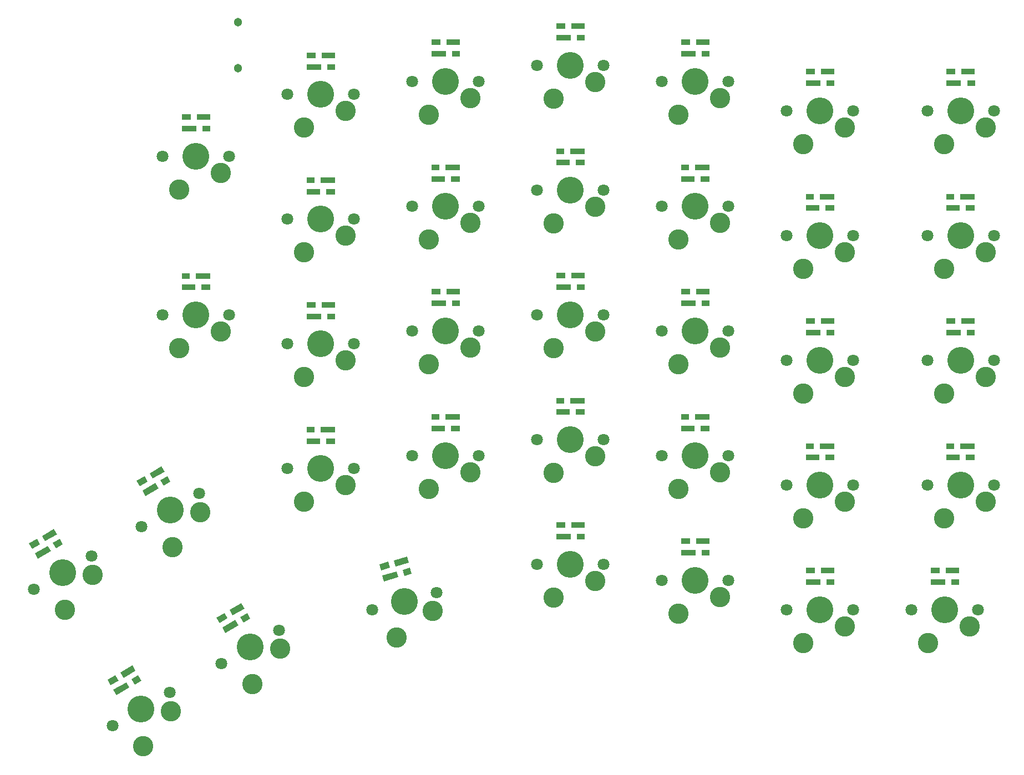
<source format=gbr>
G04 EAGLE Gerber RS-274X export*
G75*
%MOMM*%
%FSLAX34Y34*%
%LPD*%
%AMOC8*
5,1,8,0,0,1.08239X$1,22.5*%
G01*
%ADD10C,4.102000*%
%ADD11C,1.801600*%
%ADD12C,3.101600*%
%ADD13R,2.101600X0.951600*%
%ADD14R,1.401600X0.951600*%
%ADD15R,1.201600X0.951600*%
%ADD16R,2.301600X0.951600*%
%ADD17C,1.301600*%


D10*
X-71438Y1016000D03*
D11*
X-122238Y1016000D03*
X-20638Y1016000D03*
D12*
X-33338Y990600D03*
X-96838Y965200D03*
D10*
X-666750Y1085438D03*
D11*
X-717550Y1085438D03*
X-615950Y1085438D03*
D12*
X-628650Y1060038D03*
X-692150Y1034638D03*
D10*
X-476250Y1060625D03*
D11*
X-527050Y1060625D03*
X-425450Y1060625D03*
D12*
X-438150Y1035225D03*
X-501650Y1009825D03*
D10*
X-857250Y1060625D03*
D11*
X-908050Y1060625D03*
X-806450Y1060625D03*
D12*
X-819150Y1035225D03*
X-882650Y1009825D03*
D10*
X-1047750Y1040813D03*
D11*
X-1098550Y1040813D03*
X-996950Y1040813D03*
D12*
X-1009650Y1015413D03*
X-1073150Y990013D03*
D10*
X-285750Y1016000D03*
D11*
X-336550Y1016000D03*
X-234950Y1016000D03*
D12*
X-247650Y990600D03*
X-311150Y965200D03*
D10*
X-1238250Y946563D03*
D11*
X-1289050Y946563D03*
X-1187450Y946563D03*
D12*
X-1200150Y921163D03*
X-1263650Y895763D03*
D10*
X-71438Y825500D03*
D11*
X-122238Y825500D03*
X-20638Y825500D03*
D12*
X-33338Y800100D03*
X-96838Y774700D03*
D10*
X-285750Y825500D03*
D11*
X-336550Y825500D03*
X-234950Y825500D03*
D12*
X-247650Y800100D03*
X-311150Y774700D03*
D10*
X-476250Y870125D03*
D11*
X-527050Y870125D03*
X-425450Y870125D03*
D12*
X-438150Y844725D03*
X-501650Y819325D03*
D10*
X-666750Y894938D03*
D11*
X-717550Y894938D03*
X-615950Y894938D03*
D12*
X-628650Y869538D03*
X-692150Y844138D03*
D10*
X-857250Y870125D03*
D11*
X-908050Y870125D03*
X-806450Y870125D03*
D12*
X-819150Y844725D03*
X-882650Y819325D03*
D10*
X-1047750Y850313D03*
D11*
X-1098550Y850313D03*
X-996950Y850313D03*
D12*
X-1009650Y824913D03*
X-1073150Y799513D03*
D10*
X-1238250Y704533D03*
D11*
X-1289050Y704533D03*
X-1187450Y704533D03*
D12*
X-1200150Y679133D03*
X-1263650Y653733D03*
D10*
X-71438Y635000D03*
D11*
X-122238Y635000D03*
X-20638Y635000D03*
D12*
X-33338Y609600D03*
X-96838Y584200D03*
D10*
X-285750Y635000D03*
D11*
X-336550Y635000D03*
X-234950Y635000D03*
D12*
X-247650Y609600D03*
X-311150Y584200D03*
D10*
X-476250Y679625D03*
D11*
X-527050Y679625D03*
X-425450Y679625D03*
D12*
X-438150Y654225D03*
X-501650Y628825D03*
D10*
X-666750Y704438D03*
D11*
X-717550Y704438D03*
X-615950Y704438D03*
D12*
X-628650Y679038D03*
X-692150Y653638D03*
D10*
X-857250Y679625D03*
D11*
X-908050Y679625D03*
X-806450Y679625D03*
D12*
X-819150Y654225D03*
X-882650Y628825D03*
D10*
X-1047750Y659813D03*
D11*
X-1098550Y659813D03*
X-996950Y659813D03*
D12*
X-1009650Y634413D03*
X-1073150Y609013D03*
D10*
X-71438Y444500D03*
D11*
X-122238Y444500D03*
X-20638Y444500D03*
D12*
X-33338Y419100D03*
X-96838Y393700D03*
D10*
X-285750Y444500D03*
D11*
X-336550Y444500D03*
X-234950Y444500D03*
D12*
X-247650Y419100D03*
X-311150Y393700D03*
D10*
X-476250Y489125D03*
D11*
X-527050Y489125D03*
X-425450Y489125D03*
D12*
X-438150Y463725D03*
X-501650Y438325D03*
D10*
X-666750Y513938D03*
D11*
X-717550Y513938D03*
X-615950Y513938D03*
D12*
X-628650Y488538D03*
X-692150Y463138D03*
D10*
X-857250Y489125D03*
D11*
X-908050Y489125D03*
X-806450Y489125D03*
D12*
X-819150Y463725D03*
X-882650Y438325D03*
D10*
X-1047750Y469313D03*
D11*
X-1098550Y469313D03*
X-996950Y469313D03*
D12*
X-1009650Y443913D03*
X-1073150Y418513D03*
D10*
X-1277620Y406083D03*
D11*
X-1321614Y380683D03*
X-1233626Y431483D03*
D12*
X-1231924Y403135D03*
X-1274217Y349388D03*
D10*
X-1441958Y310325D03*
D11*
X-1485952Y284925D03*
X-1397964Y335725D03*
D12*
X-1396262Y307377D03*
X-1438555Y253630D03*
D10*
X-95250Y254000D03*
D11*
X-146050Y254000D03*
X-44450Y254000D03*
D12*
X-57150Y228600D03*
X-120650Y203200D03*
D10*
X-285750Y254000D03*
D11*
X-336550Y254000D03*
X-234950Y254000D03*
D12*
X-247650Y228600D03*
X-311150Y203200D03*
D10*
X-476250Y298625D03*
D11*
X-527050Y298625D03*
X-425450Y298625D03*
D12*
X-438150Y273225D03*
X-501650Y247825D03*
D10*
X-666750Y323438D03*
D11*
X-717550Y323438D03*
X-615950Y323438D03*
D12*
X-628650Y298038D03*
X-692150Y272638D03*
D10*
X-920655Y266859D03*
D11*
X-969724Y253711D03*
X-871586Y280007D03*
D12*
X-877279Y252185D03*
X-932041Y211216D03*
D10*
X-1155700Y197168D03*
D11*
X-1199694Y171768D03*
X-1111706Y222568D03*
D12*
X-1110004Y194220D03*
X-1152297Y140473D03*
D10*
X-1322070Y101918D03*
D11*
X-1366064Y76518D03*
X-1278076Y127318D03*
D12*
X-1276374Y98970D03*
X-1318667Y45223D03*
D13*
X-59934Y1075795D03*
D14*
X-86434Y1075795D03*
D15*
X-55434Y1058295D03*
D16*
X-81934Y1058295D03*
D13*
X-274250Y1075800D03*
D14*
X-300750Y1075800D03*
D15*
X-269750Y1058300D03*
D16*
X-296250Y1058300D03*
D13*
X-464750Y1120425D03*
D14*
X-491250Y1120425D03*
D15*
X-460250Y1102925D03*
D16*
X-486750Y1102925D03*
D13*
X-655250Y1145238D03*
D14*
X-681750Y1145238D03*
D15*
X-650750Y1127738D03*
D16*
X-677250Y1127738D03*
D13*
X-845750Y1120425D03*
D14*
X-872250Y1120425D03*
D15*
X-841250Y1102925D03*
D16*
X-867750Y1102925D03*
D13*
X-1036250Y1100613D03*
D14*
X-1062750Y1100613D03*
D15*
X-1031750Y1083113D03*
D16*
X-1058250Y1083113D03*
D13*
X-1226750Y1006363D03*
D14*
X-1253250Y1006363D03*
D15*
X-1222250Y988863D03*
D16*
X-1248750Y988863D03*
D13*
X-1249750Y746333D03*
D14*
X-1223250Y746333D03*
D15*
X-1254250Y763833D03*
D16*
X-1227750Y763833D03*
D13*
X-1059250Y892113D03*
D14*
X-1032750Y892113D03*
D15*
X-1063750Y909613D03*
D16*
X-1037250Y909613D03*
D13*
X-868750Y911925D03*
D14*
X-842250Y911925D03*
D15*
X-873250Y929425D03*
D16*
X-846750Y929425D03*
D13*
X-678250Y936738D03*
D14*
X-651750Y936738D03*
D15*
X-682750Y954238D03*
D16*
X-656250Y954238D03*
D13*
X-487750Y911925D03*
D14*
X-461250Y911925D03*
D15*
X-492250Y929425D03*
D16*
X-465750Y929425D03*
D13*
X-297250Y867300D03*
D14*
X-270750Y867300D03*
D15*
X-301750Y884800D03*
D16*
X-275250Y884800D03*
D13*
X-82938Y867300D03*
D14*
X-56438Y867300D03*
D15*
X-87438Y884800D03*
D16*
X-60938Y884800D03*
D13*
X-59938Y694800D03*
D14*
X-86438Y694800D03*
D15*
X-55438Y677300D03*
D16*
X-81938Y677300D03*
D13*
X-274250Y694800D03*
D14*
X-300750Y694800D03*
D15*
X-269750Y677300D03*
D16*
X-296250Y677300D03*
D13*
X-464750Y739425D03*
D14*
X-491250Y739425D03*
D15*
X-460250Y721925D03*
D16*
X-486750Y721925D03*
D13*
X-655250Y764238D03*
D14*
X-681750Y764238D03*
D15*
X-650750Y746738D03*
D16*
X-677250Y746738D03*
D13*
X-845750Y739425D03*
D14*
X-872250Y739425D03*
D15*
X-841250Y721925D03*
D16*
X-867750Y721925D03*
D13*
X-1036250Y719613D03*
D14*
X-1062750Y719613D03*
D15*
X-1031750Y702113D03*
D16*
X-1058250Y702113D03*
D13*
G36*
X-1286082Y464765D02*
X-1304282Y454258D01*
X-1309040Y462499D01*
X-1290840Y473006D01*
X-1286082Y464765D01*
G37*
D14*
G36*
X-1312062Y449766D02*
X-1324200Y442758D01*
X-1328958Y450998D01*
X-1316820Y458006D01*
X-1312062Y449766D01*
G37*
D15*
G36*
X-1277332Y449611D02*
X-1287738Y443603D01*
X-1292496Y451843D01*
X-1282090Y457851D01*
X-1277332Y449611D01*
G37*
D16*
G36*
X-1295518Y439110D02*
X-1315450Y427603D01*
X-1320208Y435844D01*
X-1300276Y447351D01*
X-1295518Y439110D01*
G37*
D13*
G36*
X-1450420Y368995D02*
X-1468620Y358488D01*
X-1473378Y366729D01*
X-1455178Y377236D01*
X-1450420Y368995D01*
G37*
D14*
G36*
X-1476400Y353996D02*
X-1488538Y346988D01*
X-1493296Y355228D01*
X-1481158Y362236D01*
X-1476400Y353996D01*
G37*
D15*
G36*
X-1441670Y353840D02*
X-1452076Y347832D01*
X-1456834Y356072D01*
X-1446428Y362080D01*
X-1441670Y353840D01*
G37*
D16*
G36*
X-1459856Y343339D02*
X-1479788Y331832D01*
X-1484546Y340073D01*
X-1464614Y351580D01*
X-1459856Y343339D01*
G37*
D13*
X-1059250Y511113D03*
D14*
X-1032750Y511113D03*
D15*
X-1063750Y528613D03*
D16*
X-1037250Y528613D03*
D13*
X-868750Y530925D03*
D14*
X-842250Y530925D03*
D15*
X-873250Y548425D03*
D16*
X-846750Y548425D03*
D13*
X-678250Y555738D03*
D14*
X-651750Y555738D03*
D15*
X-682750Y573238D03*
D16*
X-656250Y573238D03*
D13*
X-487750Y530925D03*
D14*
X-461250Y530925D03*
D15*
X-492250Y548425D03*
D16*
X-465750Y548425D03*
D13*
X-297250Y486300D03*
D14*
X-270750Y486300D03*
D15*
X-301750Y503800D03*
D16*
X-275250Y503800D03*
D13*
X-82938Y486300D03*
D14*
X-56438Y486300D03*
D15*
X-87438Y503800D03*
D16*
X-60938Y503800D03*
D13*
X-83750Y313800D03*
D14*
X-110250Y313800D03*
D15*
X-79250Y296300D03*
D16*
X-105750Y296300D03*
D13*
X-274250Y313800D03*
D14*
X-300750Y313800D03*
D15*
X-269750Y296300D03*
D16*
X-296250Y296300D03*
D13*
X-464750Y358425D03*
D14*
X-491250Y358425D03*
D15*
X-460250Y340925D03*
D16*
X-486750Y340925D03*
D13*
X-655250Y383238D03*
D14*
X-681750Y383238D03*
D15*
X-650750Y365738D03*
D16*
X-677250Y365738D03*
D13*
G36*
X-913646Y325719D02*
X-933945Y320280D01*
X-936408Y329471D01*
X-916109Y334910D01*
X-913646Y325719D01*
G37*
D14*
G36*
X-942624Y317954D02*
X-956161Y314327D01*
X-958624Y323518D01*
X-945087Y327145D01*
X-942624Y317954D01*
G37*
D15*
G36*
X-909117Y308816D02*
X-920722Y305706D01*
X-923185Y314896D01*
X-911580Y318006D01*
X-909117Y308816D01*
G37*
D16*
G36*
X-929401Y303380D02*
X-951632Y297423D01*
X-954095Y306614D01*
X-931864Y312571D01*
X-929401Y303380D01*
G37*
D13*
G36*
X-1164162Y255838D02*
X-1182362Y245331D01*
X-1187120Y253572D01*
X-1168920Y264079D01*
X-1164162Y255838D01*
G37*
D14*
G36*
X-1190142Y240839D02*
X-1202280Y233831D01*
X-1207038Y242071D01*
X-1194900Y249079D01*
X-1190142Y240839D01*
G37*
D15*
G36*
X-1155412Y240683D02*
X-1165818Y234675D01*
X-1170576Y242915D01*
X-1160170Y248923D01*
X-1155412Y240683D01*
G37*
D16*
G36*
X-1173598Y230182D02*
X-1193530Y218675D01*
X-1198288Y226916D01*
X-1178356Y238423D01*
X-1173598Y230182D01*
G37*
D13*
G36*
X-1330532Y160588D02*
X-1348732Y150081D01*
X-1353490Y158322D01*
X-1335290Y168829D01*
X-1330532Y160588D01*
G37*
D14*
G36*
X-1356512Y145589D02*
X-1368650Y138581D01*
X-1373408Y146821D01*
X-1361270Y153829D01*
X-1356512Y145589D01*
G37*
D15*
G36*
X-1321782Y145433D02*
X-1332188Y139425D01*
X-1336946Y147665D01*
X-1326540Y153673D01*
X-1321782Y145433D01*
G37*
D16*
G36*
X-1339968Y134932D02*
X-1359900Y123425D01*
X-1364658Y131666D01*
X-1344726Y143173D01*
X-1339968Y134932D01*
G37*
D17*
X-1174000Y1081000D03*
X-1174000Y1151000D03*
M02*

</source>
